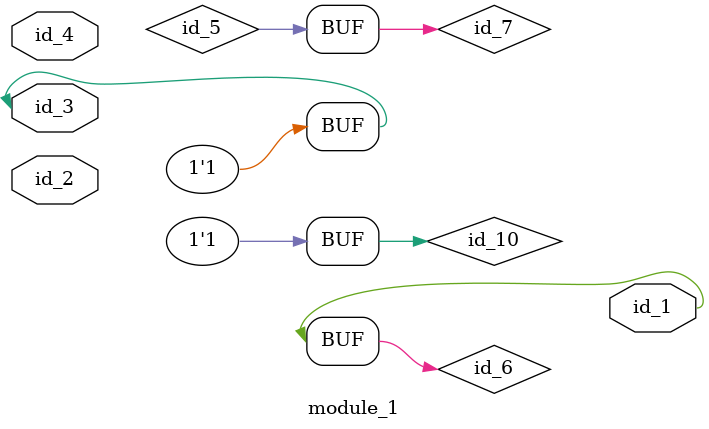
<source format=v>
module module_0 (
    id_1,
    id_2
);
  output wire id_2;
  input wire id_1;
endmodule
module module_1 (
    id_1,
    id_2,
    id_3,
    id_4
);
  input wire id_4;
  inout wire id_3;
  inout wire id_2;
  output wire id_1;
  reg id_5;
  module_0 modCall_1 (
      id_4,
      id_3
  );
  wire id_6;
  assign id_1 = id_6;
  assign id_3 = 1;
  reg id_7, id_8, id_9;
  assign id_3 = 1;
  always id_7 <= id_5;
  wor id_10 = 1;
endmodule

</source>
